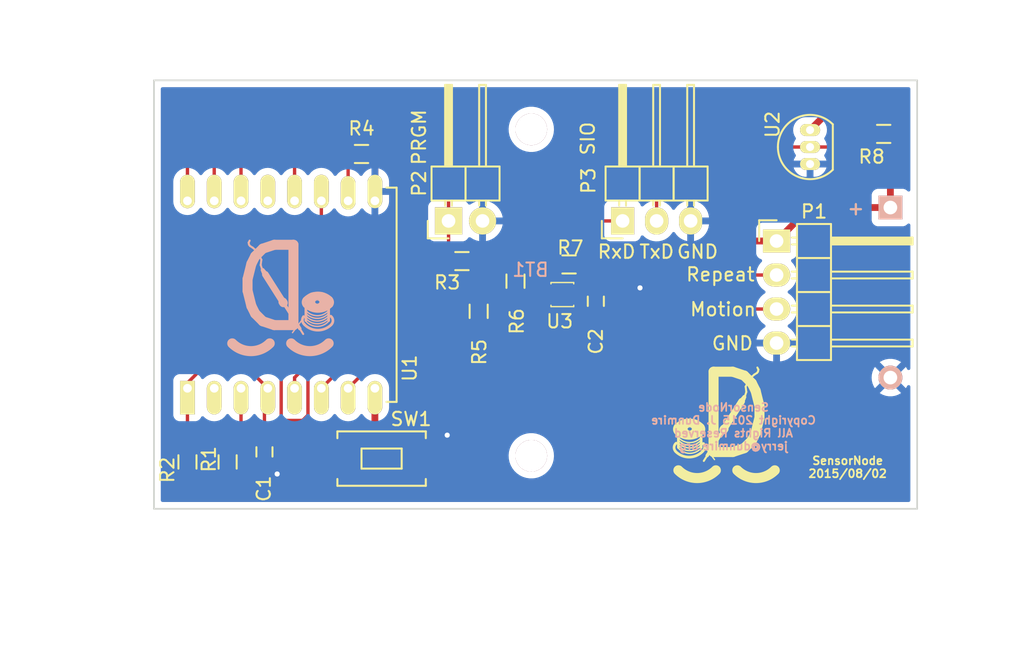
<source format=kicad_pcb>
(kicad_pcb (version 20221018) (generator pcbnew)
  (layers (0 "F.Cu" signal) (31 "B.Cu" signal) (34 "B.Paste" user) (35 "F.Paste" user) (36 "B.SilkS" user "B.Silkscreen") (37 "F.SilkS" user "F.Silkscreen") (38 "B.Mask" user) (39 "F.Mask" user) (44 "Edge.Cuts" user))
  (net 0 "")
  (net 1 "VCC")
  (net 2 "GND")
  (net 3 "Net-(C1-Pad1)")
  (net 4 "/SMD_VDD")
  (net 5 "/SMD_GND")
  (net 6 "/PIR-Motion")
  (net 7 "/PIR-Repeat")
  (net 8 "Net-(P2-Pad1)")
  (net 9 "Net-(P3-Pad1)")
  (net 10 "Net-(P3-Pad2)")
  (net 11 "Net-(R1-Pad2)")
  (net 12 "Net-(R4-Pad1)")
  (net 13 "/I2C_SDA")
  (net 14 "/I2C_SCL")
  (net 15 "Net-(R7-Pad2)")
  (net 16 "Net-(R8-Pad2)")
  (net 17 "Net-(U1-Pad2)")
  (net 18 "Net-(U1-Pad13)")
  (net 19 "Net-(U3-Pad3)")
  (footprint "Capacitors_SMD:C_0603_HandSoldering" (layer "F.Cu") (at 53.25 118.25 -90)
    (fp_text reference "C1" (at 2.75 0.05 270) (layer "F.SilkS"))
    (fp_text value "0.1 uF")
    (fp_line (start -0.35 -0.6) (end 0.35 -0.6) (stroke (width 0.15)) (layer "F.SilkS"))
    (fp_line (start 0.35 0.6) (end -0.35 0.6) (stroke (width 0.15)) (layer "F.SilkS"))
    (pad "1" smd rect (at -0.95 0 270) (size 1.2 0.75) (layers "F.Cu" "F.Paste" "F.Mask") (net 3 "Net-(C1-Pad1)"))
    (pad "2" smd rect (at 0.95 0 270) (size 1.2 0.75) (layers "F.Cu" "F.Paste" "F.Mask") (net 2 "GND"))
  )
  (footprint "Capacitors_SMD:C_0603_HandSoldering" (layer "F.Cu") (at 78 107 90)
    (fp_text reference "C2" (at -3 0 90) (layer "F.SilkS"))
    (fp_text value "0.1 uF")
    (fp_line (start -0.35 -0.6) (end 0.35 -0.6) (stroke (width 0.15)) (layer "F.SilkS"))
    (fp_line (start 0.35 0.6) (end -0.35 0.6) (stroke (width 0.15)) (layer "F.SilkS"))
    (pad "1" smd rect (at -0.95 0 90) (size 1.2 0.75) (layers "F.Cu" "F.Paste" "F.Mask") (net 4 "/SMD_VDD"))
    (pad "2" smd rect (at 0.95 0 90) (size 1.2 0.75) (layers "F.Cu" "F.Paste" "F.Mask") (net 5 "/SMD_GND"))
  )
  (footprint "sensorNode:NetTie-0.25mm_Connected_SMD" (layer "F.Cu") (at 79.99 106)
    (fp_text reference "NT2" hide)
    (fp_text value "Net-Tie-2")
    (fp_line (start 0.5 0) (end -0.5 0) (stroke (width 0.25)) (layer "F.Cu"))
    (pad "1" smd rect (at -0.5 0) (size 0.25 0.25) (layers "F.Cu" "F.Paste" "F.Mask") (net 5 "/SMD_GND"))
    (pad "2" smd rect (at 0.5 0) (size 0.25 0.25) (layers "F.Cu" "F.Paste" "F.Mask") (net 2 "GND"))
  )
  (footprint "sensorNode:NetTie-0.25mm_Connected_SMD" (layer "F.Cu") (at 79.81 107.99 180)
    (fp_text reference "NT1" hide)
    (fp_text value "Net-Tie-2")
    (fp_line (start 0.5 0) (end -0.5 0) (stroke (width 0.25)) (layer "F.Cu"))
    (pad "1" smd rect (at -0.5 0 180) (size 0.25 0.25) (layers "F.Cu" "F.Paste" "F.Mask") (net 1 "VCC"))
    (pad "2" smd rect (at 0.5 0 180) (size 0.25 0.25) (layers "F.Cu" "F.Paste" "F.Mask") (net 4 "/SMD_VDD"))
  )
  (footprint "Pin_Headers:Pin_Header_Angled_1x04" (layer "F.Cu") (at 91.5 102.5)
    (fp_text reference "P1" (at 2.8 -2.2) (layer "F.SilkS"))
    (fp_text value "PIR")
    (fp_line (start -1.3 -1.55) (end -1.3 0) (stroke (width 0.15)) (layer "F.SilkS"))
    (fp_line (start 0 -1.55) (end -1.3 -1.55) (stroke (width 0.15)) (layer "F.SilkS"))
    (fp_line (start 1.524 -1.27) (end 1.524 1.27) (stroke (width 0.15)) (layer "F.SilkS"))
    (fp_line (start 1.524 -1.27) (end 4.064 -1.27) (stroke (width 0.15)) (layer "F.SilkS"))
    (fp_line (start 1.524 -0.254) (end 1.143 -0.254) (stroke (width 0.15)) (layer "F.SilkS"))
    (fp_line (start 1.524 0.254) (end 1.143 0.254) (stroke (width 0.15)) (layer "F.SilkS"))
    (fp_line (start 1.524 1.27) (end 1.524 3.81) (stroke (width 0.15)) (layer "F.SilkS"))
    (fp_line (start 1.524 1.27) (end 4.064 1.27) (stroke (width 0.15)) (layer "F.SilkS"))
    (fp_line (start 1.524 1.27) (end 4.064 1.27) (stroke (width 0.15)) (layer "F.SilkS"))
    (fp_line (start 1.524 2.286) (end 1.143 2.286) (stroke (width 0.15)) (layer "F.SilkS"))
    (fp_line (start 1.524 2.794) (end 1.143 2.794) (stroke (width 0.15)) (layer "F.SilkS"))
    (fp_line (start 1.524 3.81) (end 1.524 6.35) (stroke (width 0.15)) (layer "F.SilkS"))
    (fp_line (start 1.524 3.81) (end 4.064 3.81) (stroke (width 0.15)) (layer "F.SilkS"))
    (fp_line (start 1.524 3.81) (end 4.064 3.81) (stroke (width 0.15)) (layer "F.SilkS"))
    (fp_line (start 1.524 4.826) (end 1.143 4.826) (stroke (width 0.15)) (layer "F.SilkS"))
    (fp_line (start 1.524 5.334) (end 1.143 5.334) (stroke (width 0.15)) (layer "F.SilkS"))
    (fp_line (start 1.524 6.35) (end 1.524 8.89) (stroke (width 0.15)) (layer "F.SilkS"))
    (fp_line (start 1.524 6.35) (end 4.064 6.35) (stroke (width 0.15)) (layer "F.SilkS"))
    (fp_line (start 1.524 6.35) (end 4.064 6.35) (stroke (width 0.15)) (layer "F.SilkS"))
    (fp_line (start 1.524 7.366) (end 1.143 7.366) (stroke (width 0.15)) (layer "F.SilkS"))
    (fp_line (start 1.524 7.874) (end 1.143 7.874) (stroke (width 0.15)) (layer "F.SilkS"))
    (fp_line (start 1.524 8.89) (end 4.064 8.89) (stroke (width 0.15)) (layer "F.SilkS"))
    (fp_line (start 4.064 -0.254) (end 10.16 -0.254) (stroke (width 0.15)) (layer "F.SilkS"))
    (fp_line (start 4.064 1.27) (end 4.064 -1.27) (stroke (width 0.15)) (layer "F.SilkS"))
    (fp_line (start 4.064 2.286) (end 10.16 2.286) (stroke (width 0.15)) (layer "F.SilkS"))
    (fp_line (start 4.064 3.81) (end 4.064 1.27) (stroke (width 0.15)) (layer "F.SilkS"))
    (fp_line (start 4.064 4.826) (end 10.16 4.826) (stroke (width 0.15)) (layer "F.SilkS"))
    (fp_line (start 4.064 6.35) (end 4.064 3.81) (stroke (width 0.15)) (layer "F.SilkS"))
    (fp_line (start 4.064 7.366) (end 10.16 7.366) (stroke (width 0.15)) (layer "F.SilkS"))
    (fp_line (start 4.064 8.89) (end 4.064 6.35) (stroke (width 0.15)) (layer "F.SilkS"))
    (fp_line (start 4.191 -0.127) (end 10.033 -0.127) (stroke (width 0.15)) (layer "F.SilkS"))
    (fp_line (start 4.191 0) (end 10.033 0) (stroke (width 0.15)) (layer "F.SilkS"))
    (fp_line (start 4.191 0.127) (end 4.191 0) (stroke (width 0.15)) (layer "F.SilkS"))
    (fp_line (start 10.033 -0.127) (end 10.033 0.127) (stroke (width 0.15)) (layer "F.SilkS"))
    (fp_line (start 10.033 0.127) (end 4.191 0.127) (stroke (width 0.15)) (layer "F.SilkS"))
    (fp_line (start 10.16 -0.254) (end 10.16 0.254) (stroke (width 0.15)) (layer "F.SilkS"))
    (fp_line (start 10.16 0.254) (end 4.064 0.254) (stroke (width 0.15)) (layer "F.SilkS"))
    (fp_line (start 10.16 2.286) (end 10.16 2.794) (stroke (width 0.15)) (layer "F.SilkS"))
    (fp_line (start 10.16 2.794) (end 4.064 2.794) (stroke (width 0.15)) (layer "F.SilkS"))
    (fp_line (start 10.16 4.826) (end 10.16 5.334) (stroke (width 0.15)) (layer "F.SilkS"))
    (fp_line (start 10.16 5.334) (end 4.064 5.334) (stroke (width 0.15)) (layer "F.SilkS"))
    (fp_line (start 10.16 7.366) (end 10.16 7.874) (stroke (width 0.15)) (layer "F.SilkS"))
    (fp_line (start 10.16 7.874) (end 4.064 7.874) (stroke (width 0.15)) (layer "F.SilkS"))
    (pad "1" thru_hole rect locked (at 0 0) (size 2.032 1.7272) (drill 1.016) (layers "*.Cu" "*.Mask" "F.SilkS") (net 1 "VCC"))
    (pad "2" thru_hole oval locked (at 0 2.54) (size 2.032 1.7272) (drill 1.016) (layers "*.Cu" "*.Mask" "F.SilkS") (net 7 "/PIR-Repeat"))
    (pad "3" thru_hole oval locked (at 0 5.08) (size 2.032 1.7272) (drill 1.016) (layers "*.Cu" "*.Mask" "F.SilkS") (net 6 "/PIR-Motion"))
    (pad "4" thru_hole oval locked (at 0 7.62) (size 2.032 1.7272) (drill 1.016) (layers "*.Cu" "*.Mask" "F.SilkS") (net 2 "GND"))
  )
  (footprint "Pin_Headers:Pin_Header_Angled_1x02" (layer "F.Cu") (at 67 101 90)
    (fp_text reference "P2" (at 2.8 -2.2 90) (layer "F.SilkS"))
    (fp_text value "PRGM")
    (fp_line (start -1.3 -1.55) (end -1.3 0) (stroke (width 0.15)) (layer "F.SilkS"))
    (fp_line (start 0 -1.55) (end -1.3 -1.55) (stroke (width 0.15)) (layer "F.SilkS"))
    (fp_line (start 1.524 -1.27) (end 1.524 1.27) (stroke (width 0.15)) (layer "F.SilkS"))
    (fp_line (start 1.524 -1.27) (end 4.064 -1.27) (stroke (width 0.15)) (layer "F.SilkS"))
    (fp_line (start 1.524 -0.254) (end 1.143 -0.254) (stroke (width 0.15)) (layer "F.SilkS"))
    (fp_line (start 1.524 0.254) (end 1.143 0.254) (stroke (width 0.15)) (layer "F.SilkS"))
    (fp_line (start 1.524 1.27) (end 1.524 3.81) (stroke (width 0.15)) (layer "F.SilkS"))
    (fp_line (start 1.524 1.27) (end 4.064 1.27) (stroke (width 0.15)) (layer "F.SilkS"))
    (fp_line (start 1.524 1.27) (end 4.064 1.27) (stroke (width 0.15)) (layer "F.SilkS"))
    (fp_line (start 1.524 2.286) (end 1.143 2.286) (stroke (width 0.15)) (layer "F.SilkS"))
    (fp_line (start 1.524 2.794) (end 1.143 2.794) (stroke (width 0.15)) (layer "F.SilkS"))
    (fp_line (start 1.524 3.81) (end 4.064 3.81) (stroke (width 0.15)) (layer "F.SilkS"))
    (fp_line (start 4.064 -0.254) (end 10.16 -0.254) (stroke (width 0.15)) (layer "F.SilkS"))
    (fp_line (start 4.064 1.27) (end 4.064 -1.27) (stroke (width 0.15)) (layer "F.SilkS"))
    (fp_line (start 4.064 2.286) (end 10.16 2.286) (stroke (width 0.15)) (layer "F.SilkS"))
    (fp_line (start 4.064 3.81) (end 4.064 1.27) (stroke (width 0.15)) (layer "F.SilkS"))
    (fp_line (start 4.191 -0.127) (end 10.033 -0.127) (stroke (width 0.15)) (layer "F.SilkS"))
    (fp_line (start 4.191 0) (end 10.033 0) (stroke (width 0.15)) (layer "F.SilkS"))
    (fp_line (start 4.191 0.127) (end 4.191 0) (stroke (width 0.15)) (layer "F.SilkS"))
    (fp_line (start 10.033 -0.127) (end 10.033 0.127) (stroke (width 0.15)) (layer "F.SilkS"))
    (fp_line (start 10.033 0.127) (end 4.191 0.127) (stroke (width 0.15)) (layer "F.SilkS"))
    (fp_line (start 10.16 -0.254) (end 10.16 0.254) (stroke (width 0.15)) (layer "F.SilkS"))
    (fp_line (start 10.16 0.254) (end 4.064 0.254) (stroke (width 0.15)) (layer "F.SilkS"))
    (fp_line (start 10.16 2.286) (end 10.16 2.794) (stroke (width 0.15)) (layer "F.SilkS"))
    (fp_line (start 10.16 2.794) (end 4.064 2.794) (stroke (width 0.15)) (layer "F.SilkS"))
    (pad "1" thru_hole rect locked (at 0 0 90) (size 2.032 2.032) (drill 1.016) (layers "*.Cu" "*.Mask" "F.SilkS") (net 8 "Net-(P2-Pad1)"))
    (pad "2" thru_hole oval locked (at 0 2.54 90) (size 2.032 2.032) (drill 1.016) (layers "*.Cu" "*.Mask" "F.SilkS") (net 2 "GND"))
  )
  (footprint "Pin_Headers:Pin_Header_Angled_1x03" (layer "F.Cu") (at 80 101 90)
    (fp_text reference "P3" (at 3 -2.55 90) (layer "F.SilkS"))
    (fp_text value "Serial I/O")
    (fp_line (start -1.3 -1.55) (end -1.3 0) (stroke (width 0.15)) (layer "F.SilkS"))
    (fp_line (start 0 -1.55) (end -1.3 -1.55) (stroke (width 0.15)) (layer "F.SilkS"))
    (fp_line (start 1.524 -1.27) (end 1.524 1.27) (stroke (width 0.15)) (layer "F.SilkS"))
    (fp_line (start 1.524 -1.27) (end 4.064 -1.27) (stroke (width 0.15)) (layer "F.SilkS"))
    (fp_line (start 1.524 -0.254) (end 1.143 -0.254) (stroke (width 0.15)) (layer "F.SilkS"))
    (fp_line (start 1.524 0.254) (end 1.143 0.254) (stroke (width 0.15)) (layer "F.SilkS"))
    (fp_line (start 1.524 1.27) (end 1.524 3.81) (stroke (width 0.15)) (layer "F.SilkS"))
    (fp_line (start 1.524 1.27) (end 4.064 1.27) (stroke (width 0.15)) (layer "F.SilkS"))
    (fp_line (start 1.524 1.27) (end 4.064 1.27) (stroke (width 0.15)) (layer "F.SilkS"))
    (fp_line (start 1.524 2.286) (end 1.143 2.286) (stroke (width 0.15)) (layer "F.SilkS"))
    (fp_line (start 1.524 2.794) (end 1.143 2.794) (stroke (width 0.15)) (layer "F.SilkS"))
    (fp_line (start 1.524 3.81) (end 1.524 6.35) (stroke (width 0.15)) (layer "F.SilkS"))
    (fp_line (start 1.524 3.81) (end 4.064 3.81) (stroke (width 0.15)) (layer "F.SilkS"))
    (fp_line (start 1.524 3.81) (end 4.064 3.81) (stroke (width 0.15)) (layer "F.SilkS"))
    (fp_line (start 1.524 4.826) (end 1.143 4.826) (stroke (width 0.15)) (layer "F.SilkS"))
    (fp_line (start 1.524 5.334) (end 1.143 5.334) (stroke (width 0.15)) (layer "F.SilkS"))
    (fp_line (start 1.524 6.35) (end 4.064 6.35) (stroke (width 0.15)) (layer "F.SilkS"))
    (fp_line (start 4.064 -0.254) (end 10.16 -0.254) (stroke (width 0.15)) (layer "F.SilkS"))
    (fp_line (start 4.064 1.27) (end 4.064 -1.27) (stroke (width 0.15)) (layer "F.SilkS"))
    (fp_line (start 4.064 2.286) (end 10.16 2.286) (stroke (width 0.15)) (layer "F.SilkS"))
    (fp_line (start 4.064 3.81) (end 4.064 1.27) (stroke (width 0.15)) (layer "F.SilkS"))
    (fp_line (start 4.064 4.826) (end 10.16 4.826) (stroke (width 0.15)) (layer "F.SilkS"))
    (fp_line (start 4.064 6.35) (end 4.064 3.81) (stroke (width 0.15)) (layer "F.SilkS"))
    (fp_line (start 4.191 -0.127) (end 10.033 -0.127) (stroke (width 0.15)) (layer "F.SilkS"))
    (fp_line (start 4.191 0) (end 10.033 0) (stroke (width 0.15)) (layer "F.SilkS"))
    (fp_line (start 4.191 0.127) (end 4.191 0) (stroke (width 0.15)) (layer "F.SilkS"))
    (fp_line (start 10.033 -0.127) (end 10.033 0.127) (stroke (width 0.15)) (layer "F.SilkS"))
    (fp_line (start 10.033 0.127) (end 4.191 0.127) (stroke (width 0.15)) (layer "F.SilkS"))
    (fp_line (start 10.16 -0.254) (end 10.16 0.254) (stroke (width 0.15)) (layer "F.SilkS"))
    (fp_line (start 10.16 0.254) (end 4.064 0.254) (stroke (width 0.15)) (layer "F.SilkS"))
    (fp_line (start 10.16 2.286) (end 10.16 2.794) (stroke (width 0.15)) (layer "F.SilkS"))
    (fp_line (start 10.16 2.794) (end 4.064 2.794) (stroke (width 0.15)) (layer "F.SilkS"))
    (fp_line (start 10.16 4.826) (end 10.16 5.334) (stroke (width 0.15)) (layer "F.SilkS"))
    (fp_line (start 10.16 5.334) (end 4.064 5.334) (stroke (width 0.15)) (layer "F.SilkS"))
    (pad "1" thru_hole rect locked (at 0 0 90) (size 2.032 1.7272) (drill 1.016) (layers "*.Cu" "*.Mask" "F.SilkS") (net 9 "Net-(P3-Pad1)"))
    (pad "2" thru_hole oval locked (at 0 2.54 90) (size 2.032 1.7272) (drill 1.016) (layers "*.Cu" "*.Mask" "F.SilkS") (net 10 "Net-(P3-Pad2)"))
    (pad "3" thru_hole oval locked (at 0 5.08 90) (size 2.032 1.7272) (drill 1.016) (layers "*.Cu" "*.Mask" "F.SilkS") (net 2 "GND"))
  )
  (footprint "Resistors_SMD:R_0603_HandSoldering" (layer "F.Cu") (at 50.5 119 90)
    (fp_text reference "R1" (at 0.2 -1.4 90) (layer "F.SilkS"))
    (fp_text value "100")
    (fp_line (start -0.5 -0.675) (end 0.5 -0.675) (stroke (width 0.15)) (layer "F.SilkS"))
    (fp_line (start 0.5 0.675) (end -0.5 0.675) (stroke (width 0.15)) (layer "F.SilkS"))
    (pad "1" smd rect (at -1.1 0 90) (size 1.2 0.9) (layers "F.Cu" "F.Paste" "F.Mask") (net 1 "VCC"))
    (pad "2" smd rect (at 1.1 0 90) (size 1.2 0.9) (layers "F.Cu" "F.Paste" "F.Mask") (net 11 "Net-(R1-Pad2)"))
  )
  (footprint "Resistors_SMD:R_0603_HandSoldering" (layer "F.Cu") (at 47.5 119 90)
    (fp_text reference "R2" (at -0.6 -1.5 90) (layer "F.SilkS"))
    (fp_text value "10k")
    (fp_line (start -0.5 -0.675) (end 0.5 -0.675) (stroke (width 0.15)) (layer "F.SilkS"))
    (fp_line (start 0.5 0.675) (end -0.5 0.675) (stroke (width 0.15)) (layer "F.SilkS"))
    (pad "1" smd rect (at -1.1 0 90) (size 1.2 0.9) (layers "F.Cu" "F.Paste" "F.Mask") (net 1 "VCC"))
    (pad "2" smd rect (at 1.1 0 90) (size 1.2 0.9) (layers "F.Cu" "F.Paste" "F.Mask") (net 3 "Net-(C1-Pad1)"))
  )
  (footprint "Resistors_SMD:R_0603_HandSoldering" (layer "F.Cu") (at 68 104 180)
    (fp_text reference "R3" (at 1.1 -1.6 180) (layer "F.SilkS"))
    (fp_text value "10k")
    (fp_line (start -0.5 -0.675) (end 0.5 -0.675) (stroke (width 0.15)) (layer "F.SilkS"))
    (fp_line (start 0.5 0.675) (end -0.5 0.675) (stroke (width 0.15)) (layer "F.SilkS"))
    (pad "1" smd rect (at -1.1 0 180) (size 1.2 0.9) (layers "F.Cu" "F.Paste" "F.Mask") (net 1 "VCC"))
    (pad "2" smd rect (at 1.1 0 180) (size 1.2 0.9) (layers "F.Cu" "F.Paste" "F.Mask") (net 8 "Net-(P2-Pad1)"))
  )
  (footprint "Resistors_SMD:R_0603_HandSoldering" (layer "F.Cu") (at 60.5 96)
    (fp_text reference "R4" (at 0 -1.9) (layer "F.SilkS"))
    (fp_text value "1k")
    (fp_line (start -0.5 -0.675) (end 0.5 -0.675) (stroke (width 0.15)) (layer "F.SilkS"))
    (fp_line (start 0.5 0.675) (end -0.5 0.675) (stroke (width 0.15)) (layer "F.SilkS"))
    (pad "1" smd rect (at -1.1 0) (size 1.2 0.9) (layers "F.Cu" "F.Paste" "F.Mask") (net 12 "Net-(R4-Pad1)"))
    (pad "2" smd rect (at 1.1 0) (size 1.2 0.9) (layers "F.Cu" "F.Paste" "F.Mask") (net 2 "GND"))
  )
  (footprint "Resistors_SMD:R_0603_HandSoldering" (layer "F.Cu") (at 69.25 107.75 -90)
    (fp_text reference "R5" (at 3.05 -0.05 270) (layer "F.SilkS"))
    (fp_text value "4.7k")
    (fp_line (start -0.5 -0.675) (end 0.5 -0.675) (stroke (width 0.15)) (layer "F.SilkS"))
    (fp_line (start 0.5 0.675) (end -0.5 0.675) (stroke (width 0.15)) (layer "F.SilkS"))
    (pad "1" smd rect (at -1.1 0 270) (size 1.2 0.9) (layers "F.Cu" "F.Paste" "F.Mask") (net 1 "VCC"))
    (pad "2" smd rect (at 1.1 0 270) (size 1.2 0.9) (layers "F.Cu" "F.Paste" "F.Mask") (net 13 "/I2C_SDA"))
  )
  (footprint "Resistors_SMD:R_0603_HandSoldering" (layer "F.Cu") (at 72 105.5 -90)
    (fp_text reference "R6" (at 3 -0.1 270) (layer "F.SilkS"))
    (fp_text value "4.7k")
    (fp_line (start -0.5 -0.675) (end 0.5 -0.675) (stroke (width 0.15)) (layer "F.SilkS"))
    (fp_line (start 0.5 0.675) (end -0.5 0.675) (stroke (width 0.15)) (layer "F.SilkS"))
    (pad "1" smd rect (at -1.1 0 270) (size 1.2 0.9) (layers "F.Cu" "F.Paste" "F.Mask") (net 1 "VCC"))
    (pad "2" smd rect (at 1.1 0 270) (size 1.2 0.9) (layers "F.Cu" "F.Paste" "F.Mask") (net 14 "/I2C_SCL"))
  )
  (footprint "Resistors_SMD:R_0603_HandSoldering" (layer "F.Cu") (at 76 104.25 180)
    (fp_text reference "R7" (at -0.1 1.25 180) (layer "F.SilkS"))
    (fp_text value "4.7k")
    (fp_line (start -0.5 -0.675) (end 0.5 -0.675) (stroke (width 0.15)) (layer "F.SilkS"))
    (fp_line (start 0.5 0.675) (end -0.5 0.675) (stroke (width 0.15)) (layer "F.SilkS"))
    (pad "1" smd rect (at -1.1 0 180) (size 1.2 0.9) (layers "F.Cu" "F.Paste" "F.Mask") (net 1 "VCC"))
    (pad "2" smd rect (at 1.1 0 180) (size 1.2 0.9) (layers "F.Cu" "F.Paste" "F.Mask") (net 15 "Net-(R7-Pad2)"))
  )
  (footprint "Resistors_SMD:R_0603_HandSoldering" (layer "F.Cu") (at 99.5 94.5 180)
    (fp_text reference "R8" (at 0.9 -1.7 180) (layer "F.SilkS"))
    (fp_text value "4.7k")
    (fp_line (start -0.5 -0.675) (end 0.5 -0.675) (stroke (width 0.15)) (layer "F.SilkS"))
    (fp_line (start 0.5 0.675) (end -0.5 0.675) (stroke (width 0.15)) (layer "F.SilkS"))
    (pad "1" smd rect (at -1.1 0 180) (size 1.2 0.9) (layers "F.Cu" "F.Paste" "F.Mask") (net 1 "VCC"))
    (pad "2" smd rect (at 1.1 0 180) (size 1.2 0.9) (layers "F.Cu" "F.Paste" "F.Mask") (net 16 "Net-(R8-Pad2)"))
  )
  (footprint "Buttons_Switches_SMD:SW_SPST_E-Switch_TL3302BF180QG" (layer "F.Cu") (at 62 118.75)
    (fp_text reference "SW1" (at 2.2 -2.95) (layer "F.SilkS"))
    (fp_text value "Reset")
    (fp_line (start -3.302 -2.032) (end -3.302 -1.524) (stroke (width 0.1524)) (layer "F.SilkS"))
    (fp_line (start -3.302 -2.032) (end 3.048 -2.032) (stroke (width 0.1524)) (layer "F.SilkS"))
    (fp_line (start -3.302 1.524) (end -3.302 2.032) (stroke (width 0.1524)) (layer "F.SilkS"))
    (fp_line (start -3.302 2.032) (end 3.302 2.032) (stroke (width 0.1524)) (layer "F.SilkS"))
    (fp_line (start -1.5 -0.75) (end -1.5 0.75) (stroke (width 0.1524)) (layer "F.SilkS"))
    (fp_line (start -1.5 -0.75) (end 1.5 -0.75) (stroke (width 0.1524)) (layer "F.SilkS"))
    (fp_line (start 1.5 -0.75) (end 1.5 0.75) (stroke (width 0.1524)) (layer "F.SilkS"))
    (fp_line (start 1.5 0.75) (end -1.5 0.75) (stroke (width 0.1524)) (layer "F.SilkS"))
    (fp_line (start 3.048 -2.032) (end 3.302 -2.032) (stroke (width 0.1524)) (layer "F.SilkS"))
    (fp_line (start 3.302 -2.032) (end 3.302 -1.524) (stroke (width 0.1524)) (layer "F.SilkS"))
    (fp_line (start 3.302 2.032) (end 3.302 1.524) (stroke (width 0.1524)) (layer "F.SilkS"))
    (pad "1" smd rect (at 4.925 0) (size 3.35 2.16) (layers "F.Cu" "F.Paste" "F.Mask") (net 2 "GND"))
    (pad "2" smd rect (at -4.925 0) (size 3.35 2.16) (layers "F.Cu" "F.Paste" "F.Mask") (net 3 "Net-(C1-Pad1)"))
  )
  (footprint "ESP-12" (layer "F.Cu") (at 47.5 113.5 90)
    (fp_text reference "U1" (at 1.5 16.6 90) (layer "F.SilkS"))
    (fp_text value "ESP-12")
    (fp_line (start -1.016 14.859) (end -1.016 15.621) (stroke (width 0.1524)) (layer "F.SilkS"))
    (fp_line (start -1.016 15.621) (end 14.986 15.621) (stroke (width 0.1524)) (layer "F.SilkS"))
    (fp_line (start 14.986 15.621) (end 14.986 14.859) (stroke (width 0.1524)) (layer "F.SilkS"))
    (pad "1" thru_hole rect locked (at 0 0 90) (size 2.5 1.1) (drill 0.65 (offset -0.7 0)) (layers "*.Cu" "*.Mask" "F.SilkS") (net 3 "Net-(C1-Pad1)"))
    (pad "2" thru_hole oval locked (at 0 2 90) (size 2.5 1.1) (drill 0.65 (offset -0.7 0)) (layers "*.Cu" "*.Mask" "F.SilkS") (net 17 "Net-(U1-Pad2)"))
    (pad "3" thru_hole oval locked (at 0 4 90) (size 2.5 1.1) (drill 0.65 (offset -0.7 0)) (layers "*.Cu" "*.Mask" "F.SilkS") (net 11 "Net-(R1-Pad2)"))
    (pad "4" thru_hole oval locked (at 0 6 90) (size 2.5 1.1) (drill 0.65 (offset -0.7 0)) (layers "*.Cu" "*.Mask" "F.SilkS") (net 3 "Net-(C1-Pad1)"))
    (pad "5" thru_hole oval locked (at 0 8 90) (size 2.5 1.1) (drill 0.65 (offset -0.7 0)) (layers "*.Cu" "*.Mask" "F.SilkS") (net 14 "/I2C_SCL"))
    (pad "6" thru_hole oval locked (at 0 10 90) (size 2.5 1.1) (drill 0.65 (offset -0.7 0)) (layers "*.Cu" "*.Mask" "F.SilkS") (net 7 "/PIR-Repeat"))
    (pad "7" thru_hole oval locked (at 0 12 90) (size 2.5 1.1) (drill 0.65 (offset -0.7 0)) (layers "*.Cu" "*.Mask" "F.SilkS") (net 6 "/PIR-Motion"))
    (pad "8" thru_hole oval locked (at 0 14 90) (size 2.5 1.1) (drill 0.65 (offset -0.7 0)) (layers "*.Cu" "*.Mask" "F.SilkS") (net 1 "VCC"))
    (pad "9" thru_hole oval locked (at 14 14 90) (size 2.5 1.1) (drill 0.65 (offset 0.7 0)) (layers "*.Cu" "*.Mask" "F.SilkS") (net 2 "GND"))
    (pad "10" thru_hole oval locked (at 14 12 90) (size 2.5 1.1) (drill 0.65 (offset 0.6 0)) (layers "*.Cu" "*.Mask" "F.SilkS") (net 12 "Net-(R4-Pad1)"))
    (pad "11" thru_hole oval locked (at 14 10 90) (size 2.5 1.1) (drill 0.65 (offset 0.7 0)) (layers "*.Cu" "*.Mask" "F.SilkS") (net 13 "/I2C_SDA"))
    (pad "12" thru_hole oval locked (at 14 8 90) (size 2.5 1.1) (drill 0.65 (offset 0.7 0)) (layers "*.Cu" "*.Mask" "F.SilkS") (net 8 "Net-(P2-Pad1)"))
    (pad "13" thru_hole oval locked (at 14 6 90) (size 2.5 1.1) (drill 0.65 (offset 0.7 0)) (layers "*.Cu" "*.Mask" "F.SilkS") (net 18 "Net-(U1-Pad13)"))
    (pad "14" thru_hole oval locked (at 14 4 90) (size 2.5 1.1) (drill 0.65 (offset 0.7 0)) (layers "*.Cu" "*.Mask" "F.SilkS") (net 16 "Net-(R8-Pad2)"))
    (pad "15" thru_hole oval locked (at 14 2 90) (size 2.5 1.1) (drill 0.65 (offset 0.7 0)) (layers "*.Cu" "*.Mask" "F.SilkS") (net 9 "Net-(P3-Pad1)"))
    (pad "16" thru_hole oval locked (at 14 0 90) (size 2.5 1.1) (drill 0.65 (offset 0.7 0)) (layers "*.Cu" "*.Mask" "F.SilkS") (net 10 "Net-(P3-Pad2)"))
  )
  (footprint "Housings_TO-92:TO-92_Inline_Narrow_Oval" (layer "F.Cu") (at 94 96.75 90)
    (fp_text reference "U2" (at 2.95 -2.8 90) (layer "F.SilkS"))
    (fp_text value "DS18B20")
    (fp_line (start -0.43 1.7) (end 2.97 1.7) (stroke (width 0.15)) (layer "F.SilkS"))
    (fp_arc (start -0.427056 1.697056) (mid -0.947311 -0.91844) (end 1.27 -2.4) (stroke (width 0.15)) (layer "F.SilkS"))
    (fp_arc (start 1.27 -2.4) (mid 3.487311 -0.91844) (end 2.967056 1.697056) (stroke (width 0.15)) (layer "F.SilkS"))
    (pad "1" thru_hole oval (at 0 0 270) (size 0.89916 1.50114) (drill 0.6) (layers "*.Cu" "*.Mask" "F.SilkS") (net 2 "GND"))
    (pad "2" thru_hole oval (at 1.27 0 270) (size 0.89916 1.50114) (drill 0.6) (layers "*.Cu" "*.Mask" "F.SilkS") (net 16 "Net-(R8-Pad2)"))
    (pad "3" thru_hole oval (at 2.54 0 270) (size 0.89916 1.50114) (drill 0.6) (layers "*.Cu" "*.Mask" "F.SilkS") (net 1 "VCC"))
  )
  (footprint "sensorNode:DFN-6_1.5x1.6mm_Pitch0.5mm" (layer "F.Cu") (at 75.5 106.5 180)
    (fp_text reference "U3" (at 0.2 -2 180) (layer "F.SilkS"))
    (fp_text value "ISL29035")
    (fp_line (start -0.85 -0.9) (end 0.85 -0.9) (stroke (width 0.1)) (layer "F.SilkS"))
    (fp_line (start -0.85 -0.8) (end -0.85 -0.9) (stroke (width 0.1)) (layer "F.SilkS"))
    (fp_line (start -0.85 0.8) (end -0.85 0.9) (stroke (width 0.1)) (layer "F.SilkS"))
    (fp_line (start -0.85 0.9) (end 0.85 0.9) (stroke (width 0.1)) (layer "F.SilkS"))
    (fp_line (start 0.85 -0.9) (end 0.85 -0.8) (stroke (width 0.1)) (layer "F.SilkS"))
    (fp_line (start 0.85 0.9) (end 0.85 0.8) (stroke (width 0.1)) (layer "F.SilkS"))
    (pad "1" smd rect (at -0.6 -0.5 180) (size 0.8 0.25) (drill (offset 0.075 0)) (layers "F.Cu" "F.Paste" "F.Mask") (net 4 "/SMD_VDD"))
    (pad "2" smd rect (at -0.6 0 180) (size 0.65 0.25) (layers "F.Cu" "F.Paste" "F.Mask") (net 5 "/SMD_GND"))
    (pad "3" smd rect (at -0.6 0.5 180) (size 0.65 0.25) (layers "F.Cu" "F.Paste" "F.Mask") (net 19 "Net-(U3-Pad3)"))
    (pad "4" smd rect (at 0.6 0.5 180) (size 0.65 0.25) (layers "F.Cu" "F.Paste" "F.Mask") (net 15 "Net-(R7-Pad2)"))
    (pad "5" smd rect (at 0.6 0 180) (size 0.65 0.25) (layers "F.Cu" "F.Paste" "F.Mask") (net 14 "/I2C_SCL"))
    (pad "6" smd rect (at 0.6 -0.5 180) (size 0.65 0.25) (layers "F.Cu" "F.Paste" "F.Mask") (net 13 "/I2C_SDA"))
  )
  (footprint "rockingDLogos:RockingDLogo_9x7" (layer "F.Cu") (at 87.74 120.55)
    (fp_text reference "" (at 0 -10) (layer "F.SilkS"))
    (fp_text value "RockingDLogo_9x7")
    (fp_text user "D" (at 0.625 -5.025) (layer "F.SilkS") (effects (font (size 6 6) (thickness 0.75))))
    (fp_line (start -3.64 -4.31) (end -3.65 -3.74) (stroke (width 0.3)) (layer "F.SilkS"))
    (fp_line (start -3.575 -2.625) (end -3.575 -3.525) (stroke (width 0.2)) (layer "F.SilkS"))
    (fp_line (start -1.875 -2.625) (end -1.875 -3.625) (stroke (width 0.2)) (layer "F.SilkS"))
    (fp_line (start -1.775 -2.925) (end -0.875 -1.725) (stroke (width 0.1)) (layer "F.SilkS"))
    (fp_line (start -1.675 -1.625) (end -0.35 -3.725) (stroke (width 0.15)) (layer "F.SilkS"))
    (fp_line (start -0.35 -3.725) (end -1.425 -2.025) (stroke (width 0.25)) (layer "F.SilkS"))
    (fp_line (start -0.2 -3.95) (end -0.15 -4.025) (stroke (width 0.65)) (layer "F.SilkS"))
    (fp_line (start -0.2 -3.95) (end 1.15 -6.075) (stroke (width 0.5)) (layer "F.SilkS"))
    (fp_line (start 1.15 -6.075) (end 1.275 -6.275) (stroke (width 0.35)) (layer "F.SilkS"))
    (fp_line (start 1.275 -6.275) (end 1.35 -6.4) (stroke (width 0.3)) (layer "F.SilkS"))
    (fp_line (start 1.4 -6.475) (end 1.5 -6.775) (stroke (width 0.15)) (layer "F.SilkS"))
    (fp_line (start 1.45 -7.175) (end 1.775 -7.8) (stroke (width 0.15)) (layer "F.SilkS"))
    (fp_line (start 1.5 -6.775) (end 1.45 -7.175) (stroke (width 0.15)) (layer "F.SilkS"))
    (fp_line (start 1.775 -7.8) (end 2.1 -8.075) (stroke (width 0.15)) (layer "F.SilkS"))
    (fp_line (start 2.1 -8.075) (end 2.3 -8.2) (stroke (width 0.15)) (layer "F.SilkS"))
    (fp_line (start 2.3 -8.2) (end 2.375 -8.3) (stroke (width 0.15)) (layer "F.SilkS"))
    (fp_line (start 2.375 -8.3) (end 2.4 -8.45) (stroke (width 0.15)) (layer "F.SilkS"))
    (fp_line (start 2.4 -8.45) (end 2.325 -8.6) (stroke (width 0.15)) (layer "F.SilkS"))
    (fp_arc (start -3.805 -2.365) (mid -3.892193 -2.674497) (end -3.735 -2.955) (stroke (width 0.2)) (layer "F.SilkS"))
    (fp_arc (start -3.785 -3.735) (mid -3.872193 -4.044497) (end -3.715 -4.325) (stroke (width 0.2)) (layer "F.SilkS"))
    (fp_arc (start -3.775 -4.275) (mid -2.775 -4.689214) (end -1.775 -4.275) (stroke (width 0.2)) (layer "F.SilkS"))
    (fp_arc (start -2.885 -3.94) (mid -2.916066 -4.015) (end -2.885 -4.09) (stroke (width 0.06)) (layer "F.SilkS"))
    (fp_arc (start -2.875 -4.1) (mid -2.725 -4.162132) (end -2.575 -4.1) (stroke (width 0.06)) (layer "F.SilkS"))
    (fp_arc (start -2.575 -3.925) (mid -2.725 -3.862868) (end -2.875 -3.925) (stroke (width 0.06)) (layer "F.SilkS"))
    (fp_arc (start -2.565 -4.09) (mid -2.533934 -4.015) (end -2.565 -3.94) (stroke (width 0.06)) (layer "F.SilkS"))
    (fp_arc (start -1.925 -3.325) (mid -2.725 -2.993629) (end -3.525 -3.325) (stroke (width 0.1)) (layer "F.SilkS"))
    (fp_arc (start -1.925 -3.125) (mid -2.725 -2.793629) (end -3.525 -3.125) (stroke (width 0.1)) (layer "F.SilkS"))
    (fp_arc (start -1.925 -2.925) (mid -2.725 -2.593629) (end -3.525 -2.925) (stroke (width 0.1)) (layer "F.SilkS"))
    (fp_arc (start -1.925 -2.725) (mid -2.725 -2.393629) (end -3.525 -2.725) (stroke (width 0.1)) (layer "F.SilkS"))
    (fp_arc (start -1.925 -2.525) (mid -2.725 -2.193629) (end -3.525 -2.525) (stroke (width 0.1)) (layer "F.SilkS"))
    (fp_arc (start -1.775 -3.725) (mid -2.775 -3.310786) (end -3.775 -3.725) (stroke (width 0.2)) (layer "F.SilkS"))
    (fp_arc (start -1.775 -2.325) (mid -2.775 -1.910786) (end -3.775 -2.325) (stroke (width 0.2)) (layer "F.SilkS"))
    (fp_arc (start -1.755 -4.255) (mid -1.667807 -3.945503) (end -1.825 -3.665) (stroke (width 0.2)) (layer "F.SilkS"))
    (fp_arc (start -1.705 -2.925) (mid -1.617807 -2.615503) (end -1.775 -2.335) (stroke (width 0.2)) (layer "F.SilkS"))
    (fp_arc (start -0.775 -0.925) (mid -2.175 -0.345101) (end -3.575 -0.925) (stroke (width 0.75)) (layer "F.SilkS"))
    (fp_arc (start 3.625 -0.925) (mid 2.225 -0.345101) (end 0.825 -0.925) (stroke (width 0.75)) (layer "F.SilkS"))
    (fp_circle (center -2.95 -4.01) (end -3.54 -4.1) (stroke (width 0.3)) (fill none) (layer "F.SilkS"))
    (fp_circle (center -2.74 -4) (end -2.23 -4.26) (stroke (width 0.3)) (fill none) (layer "F.SilkS"))
    (fp_circle (center -2.73 -4.02) (end -2.75 -4.34) (stroke (width 0.3)) (fill none) (layer "F.SilkS"))
    (fp_circle (center -2.49 -4.02) (end -1.93 -3.88) (stroke (width 0.3)) (fill none) (layer "F.SilkS"))
  )
  (footprint "BA2AAPC" (layer "B.Cu") (at 100 100)
    (fp_text reference "BT1" (at -26.87976 4.65) (layer "B.SilkS") (effects (justify mirror)))
    (fp_text value "3v")
    (fp_text user "+" (at -2.57976 0.05) (layer "B.SilkS") (effects (justify mirror)))
    (fp_text user "+" (at -2.57976 0.05) (layer "F.SilkS"))
    (pad "1" thru_hole rect locked (at 0.00024 0) (size 1.782 1.782) (drill 1.02) (layers "*.Cu" "*.Mask" "B.SilkS") (net 1 "VCC"))
    (pad "2" thru_hole circle locked (at 0.00024 12.7) (size 1.782 1.782) (drill 1.02) (layers "*.Cu" "*.Mask" "B.SilkS") (net 2 "GND"))
    (pad "3" thru_hole circle locked (at -26.82 -5.84) (size 2.36 2.36) (drill 2.36) (layers "*.Cu" "*.Mask" "B.SilkS"))
    (pad "4" thru_hole circle locked (at -26.82 18.54) (size 2.36 2.36) (drill 2.36) (layers "*.Cu" "*.Mask" "B.SilkS"))
  )
  (footprint "rockingDLogos:RockingDLogo_9x7" (layer "B.Cu") (at 54.47 111.07 180)
    (fp_text reference "" hide)
    (fp_text value "RockingDLogo_9x7")
    (fp_text user "D" (at 0.625 5.025 180) (layer "B.SilkS") (effects (font (size 6 6) (thickness 0.75)) (justify mirror)))
    (fp_line (start -3.64 4.31) (end -3.65 3.74) (stroke (width 0.3)) (layer "B.SilkS"))
    (fp_line (start -3.575 2.625) (end -3.575 3.525) (stroke (width 0.2)) (layer "B.SilkS"))
    (fp_line (start -1.875 2.625) (end -1.875 3.625) (stroke (width 0.2)) (layer "B.SilkS"))
    (fp_line (start -1.775 2.925) (end -0.875 1.725) (stroke (width 0.1)) (layer "B.SilkS"))
    (fp_line (start -1.675 1.625) (end -0.35 3.725) (stroke (width 0.15)) (layer "B.SilkS"))
    (fp_line (start -0.35 3.725) (end -1.425 2.025) (stroke (width 0.25)) (layer "B.SilkS"))
    (fp_line (start -0.2 3.95) (end -0.15 4.025) (stroke (width 0.65)) (layer "B.SilkS"))
    (fp_line (start -0.2 3.95) (end 1.15 6.075) (stroke (width 0.5)) (layer "B.SilkS"))
    (fp_line (start 1.15 6.075) (end 1.275 6.275) (stroke (width 0.35)) (layer "B.SilkS"))
    (fp_line (start 1.275 6.275) (end 1.35 6.4) (stroke (width 0.3)) (layer "B.SilkS"))
    (fp_line (start 1.4 6.475) (end 1.5 6.775) (stroke (width 0.15)) (layer "B.SilkS"))
    (fp_line (start 1.45 7.175) (end 1.775 7.8) (stroke (width 0.15)) (layer "B.SilkS"))
    (fp_line (start 1.5 6.775) (end 1.45 7.175) (stroke (width 0.15)) (layer "B.SilkS"))
    (fp_line (start 1.775 7.8) (end 2.1 8.075) (stroke (width 0.15)) (layer "B.SilkS"))
    (fp_line (start 2.1 8.075) (end 2.3 8.2) (stroke (width 0.15)) (layer "B.SilkS"))
    (fp_line (start 2.3 8.2) (end 2.375 8.3) (stroke (width 0.15)) (layer "B.SilkS"))
    (fp_line (start 2.375 8.3) (end 2.4 8.45) (stroke (width 0.15)) (layer "B.SilkS"))
    (fp_line (start 2.4 8.45) (end 2.325 8.6) (stroke (width 0.15)) (layer "B.SilkS"))
    (fp_arc (start -3.775 2.325) (mid -2.775 1.910786) (end -1.775 2.325) (stroke (width 0.2)) (layer "B.SilkS"))
    (fp_arc (start -3.775 3.725) (mid -2.775 3.310786) (end -1.775 3.725) (stroke (width 0.2)) (layer "B.SilkS"))
    (fp_arc (start -3.735 2.955) (mid -3.892193 2.674497) (end -3.805 2.365) (stroke (width 0.2)) (layer "B.SilkS"))
    (fp_arc (start -3.715 4.325) (mid -3.872193 4.044497) (end -3.785 3.735) (stroke (width 0.2)) (layer "B.SilkS"))
    (fp_arc (start -3.575 0.925) (mid -2.175 0.345101) (end -0.775 0.925) (stroke (width 0.75)) (layer "B.SilkS"))
    (fp_arc (start -3.525 2.525) (mid -2.725 2.193629) (end -1.925 2.525) (stroke (width 0.1)) (layer "B.SilkS"))
    (fp_arc (start -3.525 2.725) (mid -2.725 2.393629) (end -1.925 2.725) (stroke (width 0.1)) (layer "B.SilkS"))
    (fp_arc (start -3.525 2.925) (mid -2.725 2.593629) (end -1.925 2.925) (stroke (width 0.1)) (layer "B.SilkS"))
    (fp_arc (start -3.525 3.125) (mid -2.725 2.793629) (end -1.925 3.125) (stroke (width 0.1)) (layer "B.SilkS"))
    (fp_arc (start -3.525 3.325) (mid -2.725 2.993629) (end -1.925 3.325) (stroke (width 0.1)) (layer "B.SilkS"))
    (fp_arc (start -2.885 4.09) (mid -2.916066 4.015) (end -2.885 3.94) (stroke (width 0.06)) (layer "B.SilkS"))
    (fp_arc (start -2.875 3.925) (mid -2.725 3.862868) (end -2.575 3.925) (stroke (width 0.06)) (layer "B.SilkS"))
    (fp_arc (start -2.575 4.1) (mid -2.725 4.162132) (end -2.875 4.1) (stroke (width 0.06)) (layer "B.SilkS"))
    (fp_arc (start -2.565 3.94) (mid -2.533934 4.015) (end -2.565 4.09) (stroke (width 0.06)) (layer "B.SilkS"))
    (fp_arc (start -1.825 3.665) (mid -1.667807 3.945503) (end -1.755 4.255) (stroke (width 0.2)) (layer "B.SilkS"))
    (fp_arc (start -1.775 2.335) (mid -1.617807 2.615503) (end -1.705 2.925) (stroke (width 0.2)) (layer "B.SilkS"))
    (fp_arc (start -1.775 4.275) (mid -2.775 4.689214) (end -3.775 4.275) (stroke (width 0.2)) (layer "B.SilkS"))
    (fp_arc (start 0.825 0.925) (mid 2.225 0.345101) (end 3.625 0.925) (stroke (width 0.75)) (layer "B.SilkS"))
    (fp_circle (center -2.95 4.01) (end -3.54 4.1) (stroke (width 0.3)) (fill none) (layer "B.SilkS"))
    (fp_circle (center -2.74 4) (end -2.23 4.26) (stroke (width 0.3)) (fill none) (layer "B.SilkS"))
    (fp_circle (center -2.73 4.02) (end -2.75 4.34) (stroke (width 0.3)) (fill none) (layer "B.SilkS"))
    (fp_circle (center -2.49 4.02) (end -1.93 3.88) (stroke (width 0.3)) (fill none) (layer "B.SilkS"))
  )
  (gr_line (start 45 122.5) (end 102 122.5) (stroke (width 0.127)) (layer "Edge.Cuts"))
  (gr_line (start 102 90.5) (end 45 90.5) (stroke (width 0.127)) (layer "Edge.Cuts"))
  (gr_line (start 102 122.5) (end 102 90.5) (stroke (width 0.127)) (layer "Edge.Cuts"))
  (gr_line (start 45 90.5) (end 45 122.5) (stroke (width 0.127)) (layer "Edge.Cuts"))
  (gr_text "SensorNode\nCopyright 2015 J. Dunmire\nAll Rights Reserved\njerry@dunmire.org" (at 88.28 116.37) (layer "B.SilkS") (effects (font (size 0.6 0.6) (thickness 0.127)) (justify mirror)))
  (gr_text "SIO" (at 77.4 94.85 90) (layer "F.SilkS") (effects (font (size 1 1))))
  (gr_text "TxD" (at 82.55 103.3) (layer "F.SilkS") (effects (font (size 1 1))))
  (gr_text "GND" (at 88.2 110.15) (layer "F.SilkS") (effects (font (size 1 1))))
  (gr_text "GND" (at 85.6 103.3) (layer "F.SilkS") (effects (font (size 1 1))))
  (gr_text "Repeat" (at 87.3 105) (layer "F.SilkS") (effects (font (size 1 1))))
  (gr_text "RxD" (at 79.55 103.3) (layer "F.SilkS") (effects (font (size 1 1))))
  (gr_text "PRGM" (at 64.8 94.75 90) (layer "F.SilkS") (effects (font (size 1 1))))
  (gr_text "Motion" (at 87.5 107.6) (layer "F.SilkS") (effects (font (size 1 1))))
  (gr_text "SensorNode\n2015/08/02" (at 96.81 119.39) (layer "F.SilkS") (effects (font (size 0.6 0.6) (thickness 0.127))))
  (segment (start 100.00024 95.09976) (end 100.6 94.5) (width 0.508) (layer "F.Cu") (net 1))
  (segment (start 100.6 94.5) (end 100.6 93.3) (width 0.508) (layer "F.Cu") (net 1))
  (segment (start 100.6 93.3) (end 100.3 93) (width 0.508) (layer "F.Cu") (net 1))
  (segment (start 100.3 93) (end 95.21 93) (width 0.508) (layer "F.Cu") (net 1))
  (segment (start 95.21 93) (end 94 94.21) (width 0.508) (layer "F.Cu") (net 1))
  (segment (start 89.6 102.5) (end 87.85 104.25) (width 0.508) (layer "F.Cu") (net 1))
  (segment (start 87.85 104.25) (end 77.1 104.25) (width 0.508) (layer "F.Cu") (net 1))
  (segment (start 77.1 104.25) (end 77 104.15) (width 0.508) (layer "F.Cu") (net 1))
  (segment (start 77 104.15) (end 77 103.1) (width 0.508) (layer "F.Cu") (net 1))
  (segment (start 77 103.1) (end 76.4 102.5) (width 0.508) (layer "F.Cu") (net 1))
  (segment (start 76.4 102.5) (end 73.9 102.5) (width 0.508) (layer "F.Cu") (net 1))
  (segment (start 73.9 102.5) (end 72.4 104) (width 0.508) (layer "F.Cu") (net 1))
  (segment (start 72.4 104) (end 69.1 104) (width 0.508) (layer "F.Cu") (net 1))
  (segment (start 69.1 104) (end 69.25 104.15) (width 0.508) (layer "F.Cu") (net 1))
  (segment (start 69.25 104.15) (end 69.25 106.65) (width 0.508) (layer "F.Cu") (net 1))
  (segment (start 94 100) (end 91.5 102.5) (width 0.508) (layer "F.Cu") (net 1))
  (segment (start 94.1 100) (end 94 100) (width 0.508) (layer "F.Cu") (net 1))
  (segment (start 94.1 120) (end 92.9 121.2) (width 0.508) (layer "F.Cu") (net 1))
  (segment (start 92.9 121.2) (end 62.4 121.2) (width 0.508) (layer "F.Cu") (net 1))
  (segment (start 51.6 121.2) (end 50.5 120.1) (width 0.508) (layer "F.Cu") (net 1))
  (segment (start 50.5 120.1) (end 47.5 120.1) (width 0.508) (layer "F.Cu") (net 1))
  (segment (start 61.5 120.3) (end 62.4 121.2) (width 0.508) (layer "F.Cu") (net 1))
  (segment (start 62.4 121.2) (end 51.6 121.2) (width 0.508) (layer "F.Cu") (net 1))
  (segment (start 84.1 108) (end 87.85 104.25) (width 0.508) (layer "F.Cu") (net 1))
  (segment (start 94.1 100) (end 94.1 120) (width 0.508) (layer "F.Cu") (net 1))
  (segment (start 100.00024 100) (end 94.1 100) (width 0.508) (layer "F.Cu") (net 1))
  (segment (start 61.5 113.5) (end 61.5 120.3) (width 0.508) (layer "F.Cu") (net 1))
  (segment (start 100.00024 100) (end 100.00024 95.09976) (width 0.508) (layer "F.Cu") (net 1))
  (segment (start 91.5 102.5) (end 89.6 102.5) (width 0.508) (layer "F.Cu") (net 1))
  (segment (start 80.25 108) (end 84.1 108) (width 0.508) (layer "F.Cu") (net 1))
  (segment (start 53.5 119.2) (end 54.2 119.9) (width 0.508) (layer "F.Cu") (net 2))
  (segment (start 66.925 117.025) (end 66.9 117) (width 0.508) (layer "F.Cu") (net 2))
  (segment (start 61.5 96.1) (end 61.6 96) (width 0.508) (layer "F.Cu") (net 2))
  (segment (start 53.25 119.2) (end 53.5 119.2) (width 0.508) (layer "F.Cu") (net 2))
  (segment (start 66.925 118.75) (end 66.925 117.025) (width 0.508) (layer "F.Cu") (net 2))
  (segment (start 61.5 99.5) (end 61.5 96.1) (width 0.508) (layer "F.Cu") (net 2))
  (segment (start 80.5 106) (end 81.3 106) (width 0.508) (layer "F.Cu") (net 2))
  (via (at 66.9 117) (size 0.7366) (drill 0.381) (layers "F.Cu" "B.Cu") (net 2))
  (via (at 81.3 106) (size 0.7366) (drill 0.381) (layers "F.Cu" "B.Cu") (net 2))
  (via (at 54.2 119.9) (size 0.7366) (drill 0.381) (layers "F.Cu" "B.Cu") (net 2))
  (segment (start 66.9 117) (end 66.9 117.1) (width 0.508) (layer "B.Cu") (net 2))
  (segment (start 47.5 113.1) (end 48.3 112.3) (width 0.25) (layer "F.Cu") (net 3))
  (segment (start 48.3 112.3) (end 52.3 112.3) (width 0.25) (layer "F.Cu") (net 3))
  (segment (start 52.3 112.3) (end 53.25 113.25) (width 0.25) (layer "F.Cu") (net 3))
  (segment (start 53.25 113.25) (end 53.25 117.3) (width 0.25) (layer "F.Cu") (net 3))
  (segment (start 53.25 117.3) (end 55.625 117.3) (width 0.25) (layer "F.Cu") (net 3))
  (segment (start 55.625 117.3) (end 57.075 118.75) (width 0.25) (layer "F.Cu") (net 3))
  (segment (start 47.5 113.5) (end 47.5 117.9) (width 0.25) (layer "F.Cu") (net 3))
  (segment (start 47.5 113.5) (end 47.5 113.1) (width 0.25) (layer "F.Cu") (net 3))
  (segment (start 78.05 108) (end 77.05 107) (width 0.25) (layer "F.Cu") (net 4))
  (segment (start 77.05 107) (end 76.1 107) (width 0.25) (layer "F.Cu") (net 4))
  (segment (start 78.04 107.99) (end 78 107.95) (width 0.25) (layer "F.Cu") (net 4))
  (segment (start 79.31 107.99) (end 78.04 107.99) (width 0.25) (layer "F.Cu") (net 4))
  (segment (start 78.05 106) (end 77.55 106.5) (width 0.25) (layer "F.Cu") (net 5))
  (segment (start 77.55 106.5) (end 76.1 106.5) (width 0.25) (layer "F.Cu") (net 5))
  (segment (start 78.05 106) (end 78 106.05) (width 0.25) (layer "F.Cu") (net 5))
  (segment (start 79.49 106) (end 78.05 106) (width 0.25) (layer "F.Cu") (net 5))
  (segment (start 61.6 111.4) (end 85.4 111.4) (width 0.25) (layer "F.Cu") (net 6))
  (segment (start 85.4 111.4) (end 89.22 107.58) (width 0.25) (layer "F.Cu") (net 6))
  (segment (start 89.22 107.58) (end 91.5 107.58) (width 0.25) (layer "F.Cu") (net 6))
  (segment (start 59.5 113.5) (end 61.6 111.4) (width 0.25) (layer "F.Cu") (net 6))
  (segment (start 60.6 110.4) (end 83.9 110.4) (width 0.25) (layer "F.Cu") (net 7))
  (segment (start 83.9 110.4) (end 89.26 105.04) (width 0.25) (layer "F.Cu") (net 7))
  (segment (start 89.26 105.04) (end 91.5 105.04) (width 0.25) (layer "F.Cu") (net 7))
  (segment (start 57.5 113.5) (end 60.6 110.4) (width 0.25) (layer "F.Cu") (net 7))
  (segment (start 67 103.9) (end 67 101) (width 0.25) (layer "F.Cu") (net 8))
  (segment (start 55.5 95.3) (end 56.2 94.6) (width 0.25) (layer "F.Cu") (net 8))
  (segment (start 56.2 94.6) (end 63.8 94.6) (width 0.25) (layer "F.Cu") (net 8))
  (segment (start 63.8 94.6) (end 67 97.8) (width 0.25) (layer "F.Cu") (net 8))
  (segment (start 67 97.8) (end 67 101) (width 0.25) (layer "F.Cu") (net 8))
  (segment (start 66.9 104) (end 67 103.9) (width 0.25) (layer "F.Cu") (net 8))
  (segment (start 55.5 99.5) (end 55.5 95.3) (width 0.25) (layer "F.Cu") (net 8))
  (segment (start 49.5 96.8) (end 52.8 93.5) (width 0.25) (layer "F.Cu") (net 9))
  (segment (start 52.8 93.5) (end 69.4 93.5) (width 0.25) (layer "F.Cu") (net 9))
  (segment (start 69.4 93.5) (end 76.9 101) (width 0.25) (layer "F.Cu") (net 9))
  (segment (start 76.9 101) (end 80 101) (width 0.25) (layer "F.Cu") (net 9))
  (segment (start 49.5 99.5) (end 49.5 96.8) (width 0.25) (layer "F.Cu") (net 9))
  (segment (start 47.5 96.9) (end 52.4 92) (width 0.25) (layer "F.Cu") (net 10))
  (segment (start 52.4 92) (end 79.2 92) (width 0.25) (layer "F.Cu") (net 10))
  (segment (start 79.2 92) (end 82.54 95.34) (width 0.25) (layer "F.Cu") (net 10))
  (segment (start 82.54 95.34) (end 82.54 101) (width 0.25) (layer "F.Cu") (net 10))
  (segment (start 47.5 99.5) (end 47.5 96.9) (width 0.25) (layer "F.Cu") (net 10))
  (segment (start 51.5 116.9) (end 50.5 117.9) (width 0.25) (layer "F.Cu") (net 11))
  (segment (start 51.5 113.5) (end 51.5 116.9) (width 0.25) (layer "F.Cu") (net 11))
  (segment (start 59.5 96.1) (end 59.4 96) (width 0.25) (layer "F.Cu") (net 12))
  (segment (start 59.5 99.5) (end 59.5 96.1) (width 0.25) (layer "F.Cu") (net 12))
  (segment (start 57.5 109.7) (end 54.5 112.7) (width 0.25) (layer "F.Cu") (net 13))
  (segment (start 54.5 112.7) (end 54.5 115.6) (width 0.25) (layer "F.Cu") (net 13))
  (segment (start 54.5 115.6) (end 54.8 115.9) (width 0.25) (layer "F.Cu") (net 13))
  (segment (start 54.8 115.9) (end 56.1 115.9) (width 0.25) (layer "F.Cu") (net 13))
  (segment (start 56.1 115.9) (end 56.5 115.5) (width 0.25) (layer "F.Cu") (net 13))
  (segment (start 56.5 115.5) (end 56.5 112.8) (width 0.25) (layer "F.Cu") (net 13))
  (segment (start 69.25 108.85) (end 73.05 108.85) (width 0.25) (layer "F.Cu") (net 13))
  (segment (start 73.05 108.85) (end 74.9 107) (width 0.25) (layer "F.Cu") (net 13))
  (segment (start 57.5 109.7) (end 57.5 99.5) (width 0.25) (layer "F.Cu") (net 13))
  (segment (start 56.5 112.8) (end 60.45 108.85) (width 0.25) (layer "F.Cu") (net 13))
  (segment (start 69.25 108.85) (end 60.45 108.85) (width 0.25) (layer "F.Cu") (net 13))
  (segment (start 55.5 112.7) (end 60.3 107.9) (width 0.25) (layer "F.Cu") (net 14))
  (segment (start 60.3 107.9) (end 70.7 107.9) (width 0.25) (layer "F.Cu") (net 14))
  (segment (start 70.7 107.9) (end 72 106.6) (width 0.25) (layer "F.Cu") (net 14))
  (segment (start 72.1 106.5) (end 74.9 106.5) (width 0.25) (layer "F.Cu") (net 14))
  (segment (start 55.5 113.5) (end 55.5 112.7) (width 0.25) (layer "F.Cu") (net 14))
  (segment (start 72 106.6) (end 72.1 106.5) (width 0.25) (layer "F.Cu") (net 14))
  (segment (start 74.9 106) (end 74.9 104.25) (width 0.25) (layer "F.Cu") (net 15))
  (segment (start 51.5 96.1) (end 53.5 94.1) (width 0.25) (layer "F.Cu") (net 16))
  (segment (start 53.5 94.1) (end 68.9 94.1) (width 0.25) (layer "F.Cu") (net 16))
  (segment (start 68.9 94.1) (end 76.3 101.5) (width 0.25) (layer "F.Cu") (net 16))
  (segment (start 76.3 101.5) (end 77 101.5) (width 0.25) (layer "F.Cu") (net 16))
  (segment (start 77 101.5) (end 78.6 103.1) (width 0.25) (layer "F.Cu") (net 16))
  (segment (start 78.6 103.1) (end 86.8 103.1) (width 0.25) (layer "F.Cu") (net 16))
  (segment (start 86.8 103.1) (end 89.6 100.3) (width 0.25) (layer "F.Cu") (net 16))
  (segment (start 89.6 100.3) (end 89.6 96.5) (width 0.25) (layer "F.Cu") (net 16))
  (segment (start 89.6 96.5) (end 90.62 95.48) (width 0.25) (layer "F.Cu") (net 16))
  (segment (start 94 95.48) (end 97.42 95.48) (width 0.25) (layer "F.Cu") (net 16))
  (segment (start 97.42 95.48) (end 98.4 94.5) (width 0.25) (layer "F.Cu") (net 16))
  (segment (start 94 95.48) (end 90.62 95.48) (width 0.25) (layer "F.Cu") (net 16))
  (segment (start 51.5 96.1) (end 51.5 99.5) (width 0.25) (layer "F.Cu") (net 16))
  (zone (net 2) (net_name "GND") (layer "B.Cu") (connect_pads (clearance 0.508)) (min_thickness 0.254) (fill yes (thermal_gap 0.508) (thermal_bridge_width 0.508))
    (polygon (pts (xy 101.6 122.1) (xy 45.4 122.1) (xy 45.4 90.9) (xy 101.6 90.9)))
  )
)
</source>
